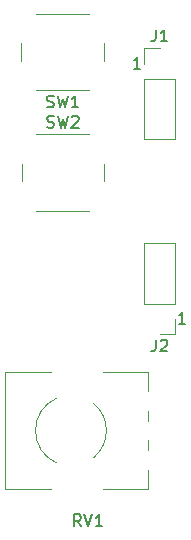
<source format=gto>
G04 #@! TF.GenerationSoftware,KiCad,Pcbnew,(5.1.8)-1*
G04 #@! TF.CreationDate,2021-08-19T02:33:48+09:00*
G04 #@! TF.ProjectId,L3PSG6n9Side,4c335053-4736-46e3-9953-6964652e6b69,rev?*
G04 #@! TF.SameCoordinates,Original*
G04 #@! TF.FileFunction,Legend,Top*
G04 #@! TF.FilePolarity,Positive*
%FSLAX46Y46*%
G04 Gerber Fmt 4.6, Leading zero omitted, Abs format (unit mm)*
G04 Created by KiCad (PCBNEW (5.1.8)-1) date 2021-08-19 02:33:48*
%MOMM*%
%LPD*%
G01*
G04 APERTURE LIST*
%ADD10C,0.120000*%
%ADD11C,0.150000*%
G04 APERTURE END LIST*
D10*
X76597000Y-68160000D02*
X72097000Y-68160000D01*
X77847000Y-72160000D02*
X77847000Y-70660000D01*
X72097000Y-74660000D02*
X76597000Y-74660000D01*
X70847000Y-70660000D02*
X70847000Y-72160000D01*
X72120000Y-84875000D02*
X76620000Y-84875000D01*
X70870000Y-80875000D02*
X70870000Y-82375000D01*
X76620000Y-78375000D02*
X72120000Y-78375000D01*
X77870000Y-82375000D02*
X77870000Y-80875000D01*
X81610000Y-108426000D02*
X77744000Y-108426000D01*
X73355000Y-108426000D02*
X69490000Y-108426000D01*
X81610000Y-98505000D02*
X77744000Y-98505000D01*
X73355000Y-98505000D02*
X69490000Y-98505000D01*
X81610000Y-108426000D02*
X81610000Y-106790000D01*
X81610000Y-105140000D02*
X81610000Y-104290000D01*
X81610000Y-102640000D02*
X81610000Y-101790000D01*
X81610000Y-100140000D02*
X81610000Y-98505000D01*
X69490000Y-108426000D02*
X69490000Y-98505000D01*
X73878018Y-106227432D02*
G75*
G02*
X73877000Y-100703000I1171982J2762432D01*
G01*
X76978295Y-101167247D02*
G75*
G02*
X76978000Y-105763000I-1928295J-2297753D01*
G01*
X83880000Y-87570000D02*
X81220000Y-87570000D01*
X83880000Y-92710000D02*
X83880000Y-87570000D01*
X81220000Y-92710000D02*
X81220000Y-87570000D01*
X83880000Y-92710000D02*
X81220000Y-92710000D01*
X83880000Y-93980000D02*
X83880000Y-95310000D01*
X83880000Y-95310000D02*
X82550000Y-95310000D01*
X81220000Y-78800000D02*
X83880000Y-78800000D01*
X81220000Y-73660000D02*
X81220000Y-78800000D01*
X83880000Y-73660000D02*
X83880000Y-78800000D01*
X81220000Y-73660000D02*
X83880000Y-73660000D01*
X81220000Y-72390000D02*
X81220000Y-71060000D01*
X81220000Y-71060000D02*
X82550000Y-71060000D01*
D11*
X73013666Y-76064761D02*
X73156523Y-76112380D01*
X73394619Y-76112380D01*
X73489857Y-76064761D01*
X73537476Y-76017142D01*
X73585095Y-75921904D01*
X73585095Y-75826666D01*
X73537476Y-75731428D01*
X73489857Y-75683809D01*
X73394619Y-75636190D01*
X73204142Y-75588571D01*
X73108904Y-75540952D01*
X73061285Y-75493333D01*
X73013666Y-75398095D01*
X73013666Y-75302857D01*
X73061285Y-75207619D01*
X73108904Y-75160000D01*
X73204142Y-75112380D01*
X73442238Y-75112380D01*
X73585095Y-75160000D01*
X73918428Y-75112380D02*
X74156523Y-76112380D01*
X74347000Y-75398095D01*
X74537476Y-76112380D01*
X74775571Y-75112380D01*
X75680333Y-76112380D02*
X75108904Y-76112380D01*
X75394619Y-76112380D02*
X75394619Y-75112380D01*
X75299380Y-75255238D01*
X75204142Y-75350476D01*
X75108904Y-75398095D01*
X73036666Y-77779761D02*
X73179523Y-77827380D01*
X73417619Y-77827380D01*
X73512857Y-77779761D01*
X73560476Y-77732142D01*
X73608095Y-77636904D01*
X73608095Y-77541666D01*
X73560476Y-77446428D01*
X73512857Y-77398809D01*
X73417619Y-77351190D01*
X73227142Y-77303571D01*
X73131904Y-77255952D01*
X73084285Y-77208333D01*
X73036666Y-77113095D01*
X73036666Y-77017857D01*
X73084285Y-76922619D01*
X73131904Y-76875000D01*
X73227142Y-76827380D01*
X73465238Y-76827380D01*
X73608095Y-76875000D01*
X73941428Y-76827380D02*
X74179523Y-77827380D01*
X74370000Y-77113095D01*
X74560476Y-77827380D01*
X74798571Y-76827380D01*
X75131904Y-76922619D02*
X75179523Y-76875000D01*
X75274761Y-76827380D01*
X75512857Y-76827380D01*
X75608095Y-76875000D01*
X75655714Y-76922619D01*
X75703333Y-77017857D01*
X75703333Y-77113095D01*
X75655714Y-77255952D01*
X75084285Y-77827380D01*
X75703333Y-77827380D01*
X75904761Y-111567380D02*
X75571428Y-111091190D01*
X75333333Y-111567380D02*
X75333333Y-110567380D01*
X75714285Y-110567380D01*
X75809523Y-110615000D01*
X75857142Y-110662619D01*
X75904761Y-110757857D01*
X75904761Y-110900714D01*
X75857142Y-110995952D01*
X75809523Y-111043571D01*
X75714285Y-111091190D01*
X75333333Y-111091190D01*
X76190476Y-110567380D02*
X76523809Y-111567380D01*
X76857142Y-110567380D01*
X77714285Y-111567380D02*
X77142857Y-111567380D01*
X77428571Y-111567380D02*
X77428571Y-110567380D01*
X77333333Y-110710238D01*
X77238095Y-110805476D01*
X77142857Y-110853095D01*
X82216666Y-95762380D02*
X82216666Y-96476666D01*
X82169047Y-96619523D01*
X82073809Y-96714761D01*
X81930952Y-96762380D01*
X81835714Y-96762380D01*
X82645238Y-95857619D02*
X82692857Y-95810000D01*
X82788095Y-95762380D01*
X83026190Y-95762380D01*
X83121428Y-95810000D01*
X83169047Y-95857619D01*
X83216666Y-95952857D01*
X83216666Y-96048095D01*
X83169047Y-96190952D01*
X82597619Y-96762380D01*
X83216666Y-96762380D01*
X84740714Y-94432380D02*
X84169285Y-94432380D01*
X84455000Y-94432380D02*
X84455000Y-93432380D01*
X84359761Y-93575238D01*
X84264523Y-93670476D01*
X84169285Y-93718095D01*
X82216666Y-69512380D02*
X82216666Y-70226666D01*
X82169047Y-70369523D01*
X82073809Y-70464761D01*
X81930952Y-70512380D01*
X81835714Y-70512380D01*
X83216666Y-70512380D02*
X82645238Y-70512380D01*
X82930952Y-70512380D02*
X82930952Y-69512380D01*
X82835714Y-69655238D01*
X82740476Y-69750476D01*
X82645238Y-69798095D01*
X80930714Y-72842380D02*
X80359285Y-72842380D01*
X80645000Y-72842380D02*
X80645000Y-71842380D01*
X80549761Y-71985238D01*
X80454523Y-72080476D01*
X80359285Y-72128095D01*
M02*

</source>
